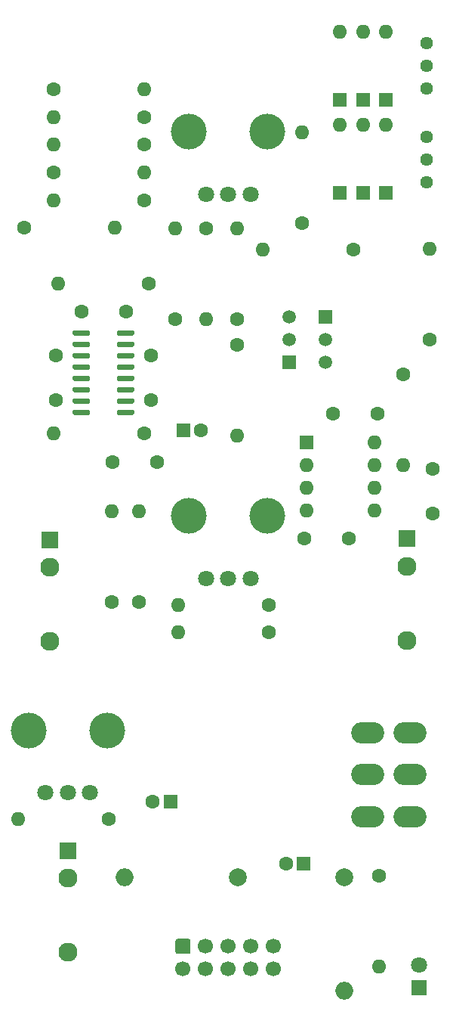
<source format=gbs>
G04 #@! TF.GenerationSoftware,KiCad,Pcbnew,6.0.10+dfsg-1~bpo11+1*
G04 #@! TF.CreationDate,2023-01-12T21:26:07+00:00*
G04 #@! TF.ProjectId,MS20-VCF,4d533230-2d56-4434-962e-6b696361645f,rev?*
G04 #@! TF.SameCoordinates,Original*
G04 #@! TF.FileFunction,Soldermask,Bot*
G04 #@! TF.FilePolarity,Negative*
%FSLAX46Y46*%
G04 Gerber Fmt 4.6, Leading zero omitted, Abs format (unit mm)*
G04 Created by KiCad (PCBNEW 6.0.10+dfsg-1~bpo11+1) date 2023-01-12 21:26:07*
%MOMM*%
%LPD*%
G01*
G04 APERTURE LIST*
%ADD10C,1.600000*%
%ADD11C,4.000000*%
%ADD12C,1.800000*%
%ADD13R,1.600000X1.600000*%
%ADD14O,1.600000X1.600000*%
%ADD15R,1.930000X1.830000*%
%ADD16C,2.130000*%
%ADD17R,1.500000X1.500000*%
%ADD18C,1.500000*%
%ADD19O,3.700000X2.400000*%
%ADD20R,1.800000X1.800000*%
%ADD21C,2.000000*%
%ADD22O,2.000000X2.000000*%
%ADD23C,1.700000*%
%ADD24C,1.440000*%
G04 APERTURE END LIST*
D10*
X82900000Y-86800000D03*
X82900000Y-91800000D03*
D11*
X46400000Y-116050000D03*
X37600000Y-116050000D03*
D12*
X44500000Y-123050000D03*
X42000000Y-123050000D03*
X39500000Y-123050000D03*
D11*
X55600000Y-49050000D03*
X64400000Y-49050000D03*
D12*
X62500000Y-56050000D03*
X60000000Y-56050000D03*
X57500000Y-56050000D03*
D13*
X77700000Y-45460000D03*
D14*
X77700000Y-37840000D03*
D13*
X77700000Y-55860000D03*
D14*
X77700000Y-48240000D03*
D13*
X75100000Y-45460000D03*
D14*
X75100000Y-37840000D03*
D13*
X75100000Y-55860000D03*
D14*
X75100000Y-48240000D03*
D13*
X72500000Y-45460000D03*
D14*
X72500000Y-37840000D03*
D13*
X72500000Y-55860000D03*
D14*
X72500000Y-48240000D03*
D15*
X42000000Y-129500000D03*
D16*
X42000000Y-140900000D03*
X42000000Y-132600000D03*
D15*
X40000000Y-94720000D03*
D16*
X40000000Y-106120000D03*
X40000000Y-97820000D03*
D15*
X80000000Y-94600000D03*
D16*
X80000000Y-106000000D03*
X80000000Y-97700000D03*
D17*
X66800000Y-74840000D03*
D18*
X66800000Y-72300000D03*
X66800000Y-69760000D03*
D17*
X70900000Y-69760000D03*
D18*
X70900000Y-72300000D03*
X70900000Y-74840000D03*
D10*
X57500000Y-59840000D03*
D14*
X57500000Y-70000000D03*
D10*
X50000000Y-101660000D03*
D14*
X50000000Y-91500000D03*
D10*
X50560000Y-82800000D03*
D14*
X40400000Y-82800000D03*
D10*
X54000000Y-70000000D03*
D14*
X54000000Y-59840000D03*
D10*
X61000000Y-70000000D03*
D14*
X61000000Y-59840000D03*
D10*
X73980000Y-62200000D03*
D14*
X63820000Y-62200000D03*
D10*
X51080000Y-66000000D03*
D14*
X40920000Y-66000000D03*
D10*
X50560000Y-50500000D03*
D14*
X40400000Y-50500000D03*
D10*
X50560000Y-56700000D03*
D14*
X40400000Y-56700000D03*
D10*
X46580000Y-126000000D03*
D14*
X36420000Y-126000000D03*
D10*
X68300000Y-59300000D03*
D14*
X68300000Y-49140000D03*
D10*
X40400000Y-53600000D03*
D14*
X50560000Y-53600000D03*
D10*
X50560000Y-47400000D03*
D14*
X40400000Y-47400000D03*
D10*
X40400000Y-44300000D03*
D14*
X50560000Y-44300000D03*
D10*
X82600000Y-72280000D03*
D14*
X82600000Y-62120000D03*
D10*
X64580000Y-105100000D03*
D14*
X54420000Y-105100000D03*
D10*
X64580000Y-102000000D03*
D14*
X54420000Y-102000000D03*
D11*
X64400000Y-92050000D03*
X55600000Y-92050000D03*
D12*
X62500000Y-99050000D03*
X60000000Y-99050000D03*
X57500000Y-99050000D03*
D19*
X75600000Y-116300000D03*
X75600000Y-121000000D03*
X75600000Y-125700000D03*
X80400000Y-116300000D03*
X80400000Y-121000000D03*
X80400000Y-125700000D03*
D10*
X79600000Y-76220000D03*
D14*
X79600000Y-86380000D03*
D13*
X68800000Y-83800000D03*
D14*
X68800000Y-86340000D03*
X68800000Y-88880000D03*
X68800000Y-91420000D03*
X76420000Y-91420000D03*
X76420000Y-88880000D03*
X76420000Y-86340000D03*
X76420000Y-83800000D03*
D10*
X43500000Y-69200000D03*
X48500000Y-69200000D03*
X46900000Y-101660000D03*
D14*
X46900000Y-91500000D03*
D10*
X37100000Y-59800000D03*
D14*
X47260000Y-59800000D03*
D10*
X61000000Y-72920000D03*
D14*
X61000000Y-83080000D03*
D10*
X76700000Y-80600000D03*
X71700000Y-80600000D03*
X73500000Y-94600000D03*
X68500000Y-94600000D03*
D13*
X68455112Y-131000000D03*
D10*
X66455112Y-131000000D03*
D13*
X53500000Y-124000000D03*
D10*
X51500000Y-124000000D03*
D13*
X54944888Y-82500000D03*
D10*
X56944888Y-82500000D03*
D20*
X81400000Y-144875000D03*
D12*
X81400000Y-142335000D03*
D21*
X61050000Y-132500000D03*
D22*
X48350000Y-132500000D03*
G36*
G01*
X54325000Y-139397500D02*
X55525000Y-139397500D01*
G75*
G02*
X55775000Y-139647500I0J-250000D01*
G01*
X55775000Y-140847500D01*
G75*
G02*
X55525000Y-141097500I-250000J0D01*
G01*
X54325000Y-141097500D01*
G75*
G02*
X54075000Y-140847500I0J250000D01*
G01*
X54075000Y-139647500D01*
G75*
G02*
X54325000Y-139397500I250000J0D01*
G01*
G37*
D23*
X54925000Y-142787500D03*
X57465000Y-140247500D03*
X57465000Y-142787500D03*
X60005000Y-140247500D03*
X60005000Y-142787500D03*
X62545000Y-140247500D03*
X62545000Y-142787500D03*
X65085000Y-140247500D03*
X65085000Y-142787500D03*
D24*
X82200000Y-44180000D03*
X82200000Y-41640000D03*
X82200000Y-39100000D03*
X82200000Y-54720000D03*
X82200000Y-52180000D03*
X82200000Y-49640000D03*
D10*
X76900000Y-132320000D03*
D14*
X76900000Y-142480000D03*
D21*
X73000000Y-132500000D03*
D22*
X73000000Y-145200000D03*
G36*
G01*
X42550000Y-80595000D02*
X42550000Y-80295000D01*
G75*
G02*
X42700000Y-80145000I150000J0D01*
G01*
X44350000Y-80145000D01*
G75*
G02*
X44500000Y-80295000I0J-150000D01*
G01*
X44500000Y-80595000D01*
G75*
G02*
X44350000Y-80745000I-150000J0D01*
G01*
X42700000Y-80745000D01*
G75*
G02*
X42550000Y-80595000I0J150000D01*
G01*
G37*
G36*
G01*
X42550000Y-79325000D02*
X42550000Y-79025000D01*
G75*
G02*
X42700000Y-78875000I150000J0D01*
G01*
X44350000Y-78875000D01*
G75*
G02*
X44500000Y-79025000I0J-150000D01*
G01*
X44500000Y-79325000D01*
G75*
G02*
X44350000Y-79475000I-150000J0D01*
G01*
X42700000Y-79475000D01*
G75*
G02*
X42550000Y-79325000I0J150000D01*
G01*
G37*
G36*
G01*
X42550000Y-78055000D02*
X42550000Y-77755000D01*
G75*
G02*
X42700000Y-77605000I150000J0D01*
G01*
X44350000Y-77605000D01*
G75*
G02*
X44500000Y-77755000I0J-150000D01*
G01*
X44500000Y-78055000D01*
G75*
G02*
X44350000Y-78205000I-150000J0D01*
G01*
X42700000Y-78205000D01*
G75*
G02*
X42550000Y-78055000I0J150000D01*
G01*
G37*
G36*
G01*
X42550000Y-76785000D02*
X42550000Y-76485000D01*
G75*
G02*
X42700000Y-76335000I150000J0D01*
G01*
X44350000Y-76335000D01*
G75*
G02*
X44500000Y-76485000I0J-150000D01*
G01*
X44500000Y-76785000D01*
G75*
G02*
X44350000Y-76935000I-150000J0D01*
G01*
X42700000Y-76935000D01*
G75*
G02*
X42550000Y-76785000I0J150000D01*
G01*
G37*
G36*
G01*
X42550000Y-75515000D02*
X42550000Y-75215000D01*
G75*
G02*
X42700000Y-75065000I150000J0D01*
G01*
X44350000Y-75065000D01*
G75*
G02*
X44500000Y-75215000I0J-150000D01*
G01*
X44500000Y-75515000D01*
G75*
G02*
X44350000Y-75665000I-150000J0D01*
G01*
X42700000Y-75665000D01*
G75*
G02*
X42550000Y-75515000I0J150000D01*
G01*
G37*
G36*
G01*
X42550000Y-74245000D02*
X42550000Y-73945000D01*
G75*
G02*
X42700000Y-73795000I150000J0D01*
G01*
X44350000Y-73795000D01*
G75*
G02*
X44500000Y-73945000I0J-150000D01*
G01*
X44500000Y-74245000D01*
G75*
G02*
X44350000Y-74395000I-150000J0D01*
G01*
X42700000Y-74395000D01*
G75*
G02*
X42550000Y-74245000I0J150000D01*
G01*
G37*
G36*
G01*
X42550000Y-72975000D02*
X42550000Y-72675000D01*
G75*
G02*
X42700000Y-72525000I150000J0D01*
G01*
X44350000Y-72525000D01*
G75*
G02*
X44500000Y-72675000I0J-150000D01*
G01*
X44500000Y-72975000D01*
G75*
G02*
X44350000Y-73125000I-150000J0D01*
G01*
X42700000Y-73125000D01*
G75*
G02*
X42550000Y-72975000I0J150000D01*
G01*
G37*
G36*
G01*
X42550000Y-71705000D02*
X42550000Y-71405000D01*
G75*
G02*
X42700000Y-71255000I150000J0D01*
G01*
X44350000Y-71255000D01*
G75*
G02*
X44500000Y-71405000I0J-150000D01*
G01*
X44500000Y-71705000D01*
G75*
G02*
X44350000Y-71855000I-150000J0D01*
G01*
X42700000Y-71855000D01*
G75*
G02*
X42550000Y-71705000I0J150000D01*
G01*
G37*
G36*
G01*
X47500000Y-71705000D02*
X47500000Y-71405000D01*
G75*
G02*
X47650000Y-71255000I150000J0D01*
G01*
X49300000Y-71255000D01*
G75*
G02*
X49450000Y-71405000I0J-150000D01*
G01*
X49450000Y-71705000D01*
G75*
G02*
X49300000Y-71855000I-150000J0D01*
G01*
X47650000Y-71855000D01*
G75*
G02*
X47500000Y-71705000I0J150000D01*
G01*
G37*
G36*
G01*
X47500000Y-72975000D02*
X47500000Y-72675000D01*
G75*
G02*
X47650000Y-72525000I150000J0D01*
G01*
X49300000Y-72525000D01*
G75*
G02*
X49450000Y-72675000I0J-150000D01*
G01*
X49450000Y-72975000D01*
G75*
G02*
X49300000Y-73125000I-150000J0D01*
G01*
X47650000Y-73125000D01*
G75*
G02*
X47500000Y-72975000I0J150000D01*
G01*
G37*
G36*
G01*
X47500000Y-74245000D02*
X47500000Y-73945000D01*
G75*
G02*
X47650000Y-73795000I150000J0D01*
G01*
X49300000Y-73795000D01*
G75*
G02*
X49450000Y-73945000I0J-150000D01*
G01*
X49450000Y-74245000D01*
G75*
G02*
X49300000Y-74395000I-150000J0D01*
G01*
X47650000Y-74395000D01*
G75*
G02*
X47500000Y-74245000I0J150000D01*
G01*
G37*
G36*
G01*
X47500000Y-75515000D02*
X47500000Y-75215000D01*
G75*
G02*
X47650000Y-75065000I150000J0D01*
G01*
X49300000Y-75065000D01*
G75*
G02*
X49450000Y-75215000I0J-150000D01*
G01*
X49450000Y-75515000D01*
G75*
G02*
X49300000Y-75665000I-150000J0D01*
G01*
X47650000Y-75665000D01*
G75*
G02*
X47500000Y-75515000I0J150000D01*
G01*
G37*
G36*
G01*
X47500000Y-76785000D02*
X47500000Y-76485000D01*
G75*
G02*
X47650000Y-76335000I150000J0D01*
G01*
X49300000Y-76335000D01*
G75*
G02*
X49450000Y-76485000I0J-150000D01*
G01*
X49450000Y-76785000D01*
G75*
G02*
X49300000Y-76935000I-150000J0D01*
G01*
X47650000Y-76935000D01*
G75*
G02*
X47500000Y-76785000I0J150000D01*
G01*
G37*
G36*
G01*
X47500000Y-78055000D02*
X47500000Y-77755000D01*
G75*
G02*
X47650000Y-77605000I150000J0D01*
G01*
X49300000Y-77605000D01*
G75*
G02*
X49450000Y-77755000I0J-150000D01*
G01*
X49450000Y-78055000D01*
G75*
G02*
X49300000Y-78205000I-150000J0D01*
G01*
X47650000Y-78205000D01*
G75*
G02*
X47500000Y-78055000I0J150000D01*
G01*
G37*
G36*
G01*
X47500000Y-79325000D02*
X47500000Y-79025000D01*
G75*
G02*
X47650000Y-78875000I150000J0D01*
G01*
X49300000Y-78875000D01*
G75*
G02*
X49450000Y-79025000I0J-150000D01*
G01*
X49450000Y-79325000D01*
G75*
G02*
X49300000Y-79475000I-150000J0D01*
G01*
X47650000Y-79475000D01*
G75*
G02*
X47500000Y-79325000I0J150000D01*
G01*
G37*
G36*
G01*
X47500000Y-80595000D02*
X47500000Y-80295000D01*
G75*
G02*
X47650000Y-80145000I150000J0D01*
G01*
X49300000Y-80145000D01*
G75*
G02*
X49450000Y-80295000I0J-150000D01*
G01*
X49450000Y-80595000D01*
G75*
G02*
X49300000Y-80745000I-150000J0D01*
G01*
X47650000Y-80745000D01*
G75*
G02*
X47500000Y-80595000I0J150000D01*
G01*
G37*
D10*
X47000000Y-86000000D03*
X52000000Y-86000000D03*
X51300000Y-74100000D03*
X51300000Y-79100000D03*
X40700000Y-79100000D03*
X40700000Y-74100000D03*
M02*

</source>
